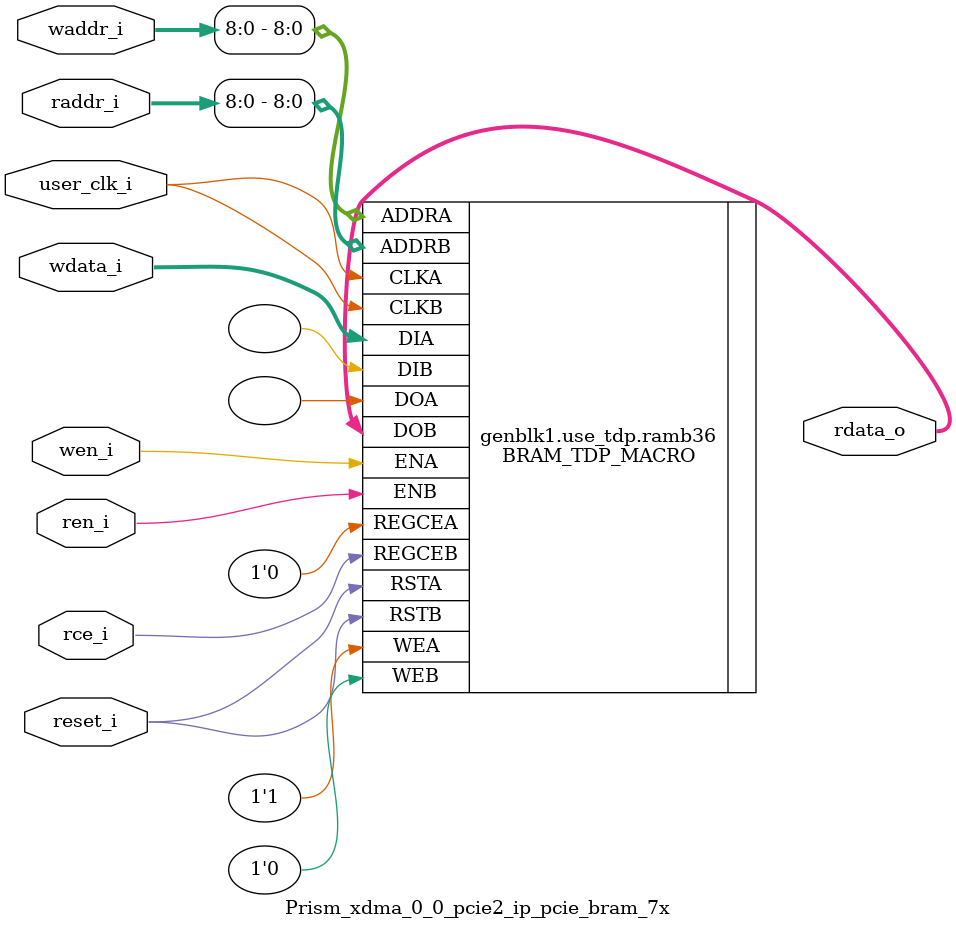
<source format=v>

`timescale 1ps/1ps

(* DowngradeIPIdentifiedWarnings = "yes" *)
module Prism_xdma_0_0_pcie2_ip_pcie_bram_7x
  #(
    parameter [3:0]  LINK_CAP_MAX_LINK_SPEED = 4'h1,        // PCIe Link Speed : 1 - 2.5 GT/s; 2 - 5.0 GT/s
    parameter [5:0]  LINK_CAP_MAX_LINK_WIDTH = 6'h08,       // PCIe Link Width : 1 / 2 / 4 / 8
    parameter IMPL_TARGET = "HARD",                         // the implementation target : HARD, SOFT
    parameter DOB_REG = 0,                                  // 1 - use the output register;
                                                            // 0 - don't use the output register
    parameter WIDTH = 0                                     // supported WIDTH's : 4, 9, 18, 36 - uses RAMB36
                                                            //                     72 - uses RAMB36SDP
    )
    (
     input               user_clk_i,// user clock
     input               reset_i,   // bram reset

     input               wen_i,     // write enable
     input [12:0]        waddr_i,   // write address
     input [WIDTH - 1:0] wdata_i,   // write data

     input               ren_i,     // read enable
     input               rce_i,     // output register clock enable
     input [12:0]        raddr_i,   // read address

     output [WIDTH - 1:0] rdata_o   // read data
     );

   // map the address bits
   localparam ADDR_MSB = ((WIDTH == 4)  ? 12 :
                          (WIDTH == 9)  ? 11 :
                          (WIDTH == 18) ? 10 :
                          (WIDTH == 36) ?  9 :
                                           8
                          );

   // set the width of the tied off low address bits
   localparam ADDR_LO_BITS = ((WIDTH == 4)  ? 2 :
                              (WIDTH == 9)  ? 3 :
                              (WIDTH == 18) ? 4 :
                              (WIDTH == 36) ? 5 :
                                              0 // for WIDTH 72 use RAMB36SDP
                              );

   // map the data bits
   localparam D_MSB =  ((WIDTH == 4)  ?  3 :
                        (WIDTH == 9)  ?  7 :
                        (WIDTH == 18) ? 15 :
                        (WIDTH == 36) ? 31 :
                                        63
                        );

   // map the data parity bits
   localparam DP_LSB =  D_MSB + 1;

   localparam DP_MSB =  ((WIDTH == 4)  ? 4 :
                         (WIDTH == 9)  ? 8 :
                         (WIDTH == 18) ? 17 :
                         (WIDTH == 36) ? 35 :
                                         71
                        );

   localparam DPW = DP_MSB - DP_LSB + 1;
   localparam WRITE_MODE = ((WIDTH == 72) && (!((LINK_CAP_MAX_LINK_SPEED == 4'h2) && (LINK_CAP_MAX_LINK_WIDTH == 6'h08)))) ? "WRITE_FIRST" :
                           ((LINK_CAP_MAX_LINK_SPEED == 4'h2) && (LINK_CAP_MAX_LINK_WIDTH == 6'h08)) ? "WRITE_FIRST" : "NO_CHANGE";

   localparam DEVICE = (IMPL_TARGET == "HARD") ? "7SERIES" : "VIRTEX6";
   localparam BRAM_SIZE = "36Kb";

   localparam WE_WIDTH =(DEVICE == "VIRTEX5" || DEVICE == "VIRTEX6" || DEVICE == "7SERIES") ?
                            ((WIDTH <= 9) ? 1 :
                             (WIDTH > 9 && WIDTH <= 18) ? 2 :
                             (WIDTH > 18 && WIDTH <= 36) ? 4 :
                             (WIDTH > 36 && WIDTH <= 72) ? 8 :
                             (BRAM_SIZE == "18Kb") ? 4 : 8 ) : 8;

   //synthesis translate_off
   initial begin
      //$display("[%t] %m DOB_REG %0d WIDTH %0d ADDR_MSB %0d ADDR_LO_BITS %0d DP_MSB %0d DP_LSB %0d D_MSB %0d",
      //          $time, DOB_REG,   WIDTH,    ADDR_MSB,    ADDR_LO_BITS,    DP_MSB,    DP_LSB,    D_MSB);

      case (WIDTH)
        4,9,18,36,72:;
        default:
          begin
             $display("[%t] %m Error WIDTH %0d not supported", $time, WIDTH);
             $finish;
          end
      endcase // case (WIDTH)
   end
   //synthesis translate_on

   generate
   if ((LINK_CAP_MAX_LINK_WIDTH == 6'h08 && LINK_CAP_MAX_LINK_SPEED == 4'h2) || (WIDTH == 72)) begin : use_sdp
        BRAM_SDP_MACRO #(
               .DEVICE        (DEVICE),
               .BRAM_SIZE     (BRAM_SIZE),
               .DO_REG        (DOB_REG),
               .READ_WIDTH    (WIDTH),
               .WRITE_WIDTH   (WIDTH),
               .WRITE_MODE    (WRITE_MODE)
               )
        ramb36sdp(
               .DO             (rdata_o[WIDTH-1:0]),
               .DI             (wdata_i[WIDTH-1:0]),
               .RDADDR         (raddr_i[ADDR_MSB:0]),
               .RDCLK          (user_clk_i),
               .RDEN           (ren_i),
               .REGCE          (rce_i),
               .RST            (reset_i),
               .WE             ({WE_WIDTH{1'b1}}),
               .WRADDR         (waddr_i[ADDR_MSB:0]),
               .WRCLK          (user_clk_i),
               .WREN           (wen_i)
               );

    end  // block: use_sdp
    else if (WIDTH <= 36) begin : use_tdp
    // use RAMB36's if the width is 4, 9, 18, or 36
        BRAM_TDP_MACRO #(
               .DEVICE        (DEVICE),
               .BRAM_SIZE     (BRAM_SIZE),
               .DOA_REG       (0),
               .DOB_REG       (DOB_REG),
               .READ_WIDTH_A  (WIDTH),
               .READ_WIDTH_B  (WIDTH),
               .WRITE_WIDTH_A (WIDTH),
               .WRITE_WIDTH_B (WIDTH),
               .WRITE_MODE_A  (WRITE_MODE)
               )
        ramb36(
               .DOA            (),
               .DOB            (rdata_o[WIDTH-1:0]),
               .ADDRA          (waddr_i[ADDR_MSB:0]),
               .ADDRB          (raddr_i[ADDR_MSB:0]),
               .CLKA           (user_clk_i),
               .CLKB           (user_clk_i),
               .DIA            (wdata_i[WIDTH-1:0]),
               .DIB            ({WIDTH{1'b0}}),
               .ENA            (wen_i),
               .ENB            (ren_i),
               .REGCEA         (1'b0),
               .REGCEB         (rce_i),
               .RSTA           (reset_i),
               .RSTB           (reset_i),
               .WEA            ({WE_WIDTH{1'b1}}),
               .WEB            ({WE_WIDTH{1'b0}})
               );
   end // block: use_tdp
   endgenerate

endmodule // pcie_bram_7x


</source>
